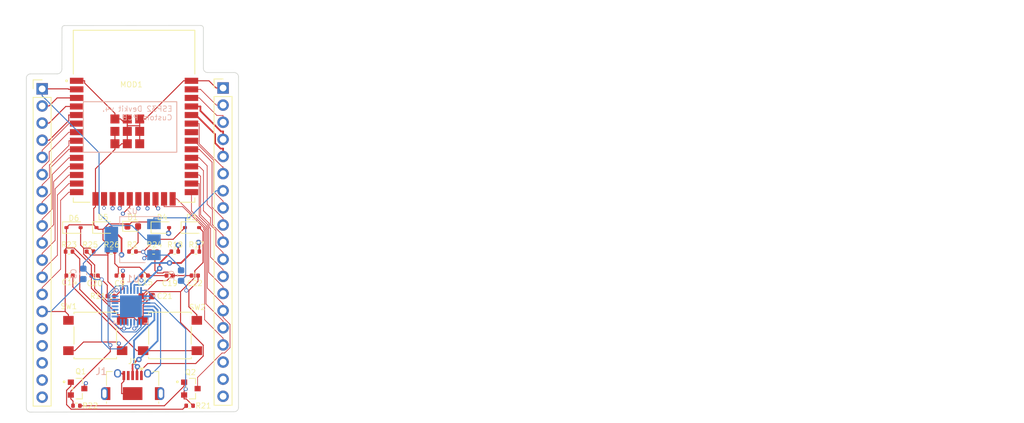
<source format=kicad_pcb>
(kicad_pcb (version 20240108) (generator "pcbnew") (generator_version "8.0")
  (title_block (title "ESP32 Custom Dev Kit") (date "2024-04-23") (rev "Revision 1"))
  (layers (0 "F.Cu" signal) (1 "In1.Cu" signal) (2 "In2.Cu" signal) (31 "B.Cu" signal) (34 "B.Paste" user) (35 "F.Paste" user) (36 "B.SilkS" user "B.Silkscreen") (37 "F.SilkS" user "F.Silkscreen") (38 "B.Mask" user) (39 "F.Mask" user) (44 "Edge.Cuts" user))
  (net 0 "")
  (net 1 "GND")
  (net 2 "/EXT_5V")
  (net 3 "/EN")
  (net 4 "Net-(C14-Pad2)")
  (net 5 "Net-(C15-Pad2)")
  (net 6 "/VDD33")
  (net 7 "Net-(D1-A)")
  (net 8 "/VBUS")
  (net 9 "/USB_DN")
  (net 10 "/USB_DP")
  (net 12 "/SD3")
  (net 13 "/SENSOR_VN")
  (net 14 "/SENSOR_VP")
  (net 15 "/SD2")
  (net 16 "/IO32")
  (net 17 "/IO34")
  (net 18 "/IO12")
  (net 19 "/IO27")
  (net 20 "/IO13")
  (net 21 "/IO33")
  (net 22 "/CMD")
  (net 23 "/IO14")
  (net 24 "/IO26")
  (net 25 "/IO35")
  (net 26 "/IO25")
  (net 27 "/IO2")
  (net 28 "/IO15")
  (net 29 "/IO19")
  (net 30 "/IO21")
  (net 31 "/IO17")
  (net 32 "/SD0")
  (net 33 "/IO0")
  (net 34 "/IO5")
  (net 35 "/IO23")
  (net 36 "/IO4")
  (net 37 "/IO16")
  (net 38 "/SD1")
  (net 39 "/TXD0")
  (net 40 "/CLK")
  (net 41 "/RXD0")
  (net 42 "/IO18")
  (net 43 "/IO22")
  (net 45 "/RXD")
  (net 46 "/TXD")
  (net 47 "Net-(Q1-Pad1)")
  (net 48 "/DTR")
  (net 49 "/RTS")
  (net 50 "Net-(Q2-Pad1)")
  (net 51 "Net-(U1-~{SUSPENDB})")
  (net 52 "Net-(U1-~{RST})")
  (net 53 "Net-(U1-VBUS)")
  (footprint "Diode_SMD:D_SOD-323" (layer "F.Cu") (at 133.8243 98.552)
    (property "Reference" "D4")
    (property "Value" "TVS")
  )
  (footprint "Connector_USB:USB_Micro-AB_Molex_47590-0001" (layer "F.Cu") (at 129.4765 123.168)
    (property "Reference" "J1")
    (property "Value" "USB_B_Micro")
  )
  (footprint "MMSS8050-H-TP:TRANS_MMSS8050-H-TP" (layer "F.Cu") (at 121.3248 122.428)
    (property "Reference" "Q1")
    (property "Value" "MMSS8050-H-TP")
  )
  (footprint "MMSS8050-H-TP:TRANS_MMSS8050-H-TP" (layer "F.Cu") (at 138.1033 122.428)
    (property "Reference" "Q2")
    (property "Value" "MMSS8050-H-TP")
  )
  (footprint "Resistor_SMD:R_0402_1005Metric" (layer "F.Cu") (at 126.238 108.712 180)
    (property "Reference" "R11")
    (property "Value" "10K(5%)")
  )
  (footprint "Capacitor_SMD:C_0402_1005Metric" (layer "F.Cu") (at 138.684 105.664)
    (property "Reference" "C22")
    (property "Value" "0.1uF/50V(10%)")
  )
  (footprint "Diode_SMD:D_SOD-323" (layer "F.Cu") (at 138.2722 98.552)
    (property "Reference" "D3")
    (property "Value" "D_Schottky")
  )
  (footprint "Capacitor_SMD:C_0402_1005Metric" (layer "F.Cu") (at 127.5588 105.664 180)
    (property "Reference" "C9")
    (property "Value" "0.1uF.50V(10%)")
  )
  (footprint "Resistor_SMD:R_0402_1005Metric" (layer "F.Cu") (at 138.8523 102.108 180)
    (property "Reference" "R17")
    (property "Value" "0R(5%)")
  )
  (footprint "Resistor_SMD:R_0402_1005Metric" (layer "F.Cu") (at 121.158 124.968)
    (property "Reference" "R22")
    (property "Value" "10K(5%)")
  )
  (footprint "Resistor_SMD:R_0402_1005Metric" (layer "F.Cu") (at 126.3238 102.108 180)
    (property "Reference" "R26")
    (property "Value" "47.5K(5%)")
  )
  (footprint "Button_Switch_SMD:SW_SPST_B3S-1000" (layer "F.Cu") (at 135.0093 114.554)
    (property "Reference" "SW2")
    (property "Value" "SW_Push")
  )
  (footprint "Capacitor_SMD:C_0402_1005Metric" (layer "F.Cu") (at 134.9756 105.664 180)
    (property "Reference" "C19")
    (property "Value" "0.1uF/50V(10%)")
  )
  (footprint "Connector_PinHeader_2.54mm:PinHeader_1x19_P2.54mm_Vertical" (layer "F.Cu") (at 142.875 77.851)
    (property "Reference" "J3" (hide yes))
    (property "Value" "Conn_01x19_Pin")
  )
  (footprint "ESP32-WROOM-32:MODULE_ESP32-WROOM-32" (layer "F.Cu") (at 129.689 82.042)
    (property "Reference" "MOD1")
    (property "Value" "ESP32-WROOM-32")
  )
  (footprint "Resistor_SMD:R_0402_1005Metric" (layer "F.Cu") (at 120.0595 102.108)
    (property "Reference" "R23")
    (property "Value" "10K(5%)(NC)")
  )
  (footprint "Capacitor_SMD:C_0402_1005Metric" (layer "F.Cu") (at 123.8504 105.664 180)
    (property "Reference" "C20")
    (property "Value" "4.7uF/6.3V(10%)")
  )
  (footprint "LED_SMD:LED_0603_1608Metric" (layer "F.Cu") (at 129.4965 98.372)
    (property "Reference" "D1")
    (property "Value" "LED")
  )
  (footprint "Resistor_SMD:R_0402_1005Metric" (layer "F.Cu") (at 132.588 102.108 180)
    (property "Reference" "R24")
    (property "Value" "2K(5%)")
  )
  (footprint "Resistor_SMD:R_0402_1005Metric" (layer "F.Cu") (at 135.7201 102.108 180)
    (property "Reference" "R18")
    (property "Value" "0R(5%)")
  )
  (footprint "Resistor_SMD:R_0402_1005Metric" (layer "F.Cu") (at 137.922 124.968 180)
    (property "Reference" "R21")
    (property "Value" "10K(5%)")
  )
  (footprint "Capacitor_SMD:C_0402_1005Metric" (layer "F.Cu") (at 131.2672 105.664 180)
    (property "Reference" "C15")
    (property "Value" "0.1uF/50V(10%)(NC)")
  )
  (footprint "Resistor_SMD:R_0402_1005Metric" (layer "F.Cu") (at 123.1916 102.108)
    (property "Reference" "R25")
    (property "Value" "22.1K(5%)")
  )
  (footprint "Capacitor_SMD:C_0603_1608Metric" (layer "F.Cu") (at 131.572 108.712)
    (property "Reference" "C21")
    (property "Value" "22uF/10V(20%)")
  )
  (footprint "Diode_SMD:D_SOD-323" (layer "F.Cu") (at 125.1737 98.552)
    (property "Reference" "D5")
    (property "Value" "TVS")
  )
  (footprint "Capacitor_SMD:C_0402_1005Metric" (layer "F.Cu") (at 120.142 105.664)
    (property "Reference" "C14")
    (property "Value" "0.1uF/50V(10%)")
  )
  (footprint "Button_Switch_SMD:SW_SPST_B3S-1000" (layer "F.Cu") (at 123.9437 114.554)
    (property "Reference" "SW1")
    (property "Value" "SW_Push")
  )
  (footprint "Connector_PinHeader_2.54mm:PinHeader_1x19_P2.54mm_Vertical" (layer "F.Cu") (at 116.078 77.978)
    (property "Reference" "J2" (hide yes))
    (property "Value" "Conn_01x19_Pin")
  )
  (footprint "Resistor_SMD:R_0402_1005Metric" (layer "F.Cu") (at 129.4559 102.108 180)
    (property "Reference" "R2")
    (property "Value" "2K(5%)")
  )
  (footprint "Diode_SMD:D_SOD-323" (layer "F.Cu") (at 120.7258 98.552)
    (property "Reference" "D6")
    (property "Value" "TVS")
  )
  (footprint "Package_TO_SOT_SMD:SOT-223-3_TabPin2" (layer "B.Cu") (at 129.4765 100.33 180)
    (property "Reference" "U2")
    (property "Value" "AMS1117-3.3")
  )
  (footprint "Capacitor_SMD:C_0603_1608Metric" (layer "B.Cu") (at 136.652 105.664 -90)
    (property "Reference" "C1")
    (property "Value" "22 uF/10V(20%)")
  )
  (footprint "CP2102N-A01-GQFN28:QFN50P500X500X80-29N" (layer "B.Cu") (at 129.224 110.236 180)
    (property "Reference" "U1")
    (property "Value" "CP2102N-A01-GQFN28")
  )
  (footprint "Capacitor_SMD:C_0603_1608Metric" (layer "B.Cu") (at 122.174 105.41 -90)
    (property "Reference" "C3")
    (property "Value" "22uF/10V(20%)")
  )
  (gr_line (start 144.526 75.565) (end 140.589 75.565) (stroke (width 0.1)) (layer "Edge.Cuts"))
  (gr_arc (start 144.526 75.565) (mid 144.975013 75.750987) (end 145.161 76.2) (stroke (width 0.1)) (layer "Edge.Cuts"))
  (gr_line (start 139.954 74.93) (end 139.954 68.961) (stroke (width 0.1)) (layer "Edge.Cuts"))
  (gr_arc (start 139.573 68.58) (mid 139.842408 68.691592) (end 139.954 68.961) (stroke (width 0.1)) (layer "Edge.Cuts"))
  (gr_arc (start 118.999 75.057) (mid 118.795736 75.547723) (end 118.305013 75.750987) (stroke (width 0.1)) (layer "Edge.Cuts"))
  (gr_line (start 144.526 125.857) (end 114.427 125.915986) (stroke (width 0.1)) (layer "Edge.Cuts"))
  (gr_arc (start 113.733013 76.395013) (mid 113.919 75.946) (end 114.368013 75.760013) (stroke (width 0.1)) (layer "Edge.Cuts"))
  (gr_arc (start 145.161 125.222) (mid 144.975013 125.671013) (end 144.526 125.857) (stroke (width 0.1)) (layer "Edge.Cuts"))
  (gr_arc (start 140.589 75.565) (mid 140.139987 75.379013) (end 139.954 74.93) (stroke (width 0.1)) (layer "Edge.Cuts"))
  (gr_line (start 119.395408 68.595408) (end 139.573 68.58) (stroke (width 0.1)) (layer "Edge.Cuts"))
  (gr_line (start 114.368013 75.760013) (end 118.305013 75.750987) (stroke (width 0.1)) (layer "Edge.Cuts"))
  (gr_line (start 118.999 75.057) (end 119.014408 68.976408) (stroke (width 0.1)) (layer "Edge.Cuts"))
  (gr_line (start 113.73028 125.280987) (end 113.733013 76.395013) (stroke (width 0.1)) (layer "Edge.Cuts"))
  (gr_line (start 145.161 76.2) (end 145.161 125.222) (stroke (width 0.1)) (layer "Edge.Cuts"))
  (gr_arc (start 114.427 125.915986) (mid 113.938429 125.752326) (end 113.73028 125.280987) (stroke (width 0.1)) (layer "Edge.Cuts"))
  (gr_arc (start 119.014408 68.976408) (mid 119.126 68.707) (end 119.395408 68.595408) (stroke (width 0.1)) (layer "Edge.Cuts"))
  (gr_text_box "ESP32 Devkit v4.\nCustom PCB" (start 122.174 79.883) (end 136.017 87.376) (layer "B.SilkS") (effects (font (size 0.8 0.8) (thickness 0.1)) (justify left top mirror)) (border yes) (stroke (width 0.15)))
  (segment (start 128.689 84.282) (end 128.689 83.4403) (width 0.15) (layer "F.Cu") (net 1))
  (segment (start 126.854 86.9587) (end 123.974 89.8387) (width 0.15) (layer "F.Cu") (net 1))
  (segment (start 129.3619 97.7191) (end 131.9414 97.7191) (width 0.15) (layer "F.Cu") (net 1))
  (segment (start 131.0343 110.0247) (end 132.347 108.712) (width 0.15) (layer "F.Cu") (net 1))
  (segment (start 131.3657 82.447) (end 137.0123 76.8004) (width 0.15) (layer "F.Cu") (net 1))
  (segment (start 128.689 82.8678) (end 128.1165 82.8678) (width 0.15) (layer "F.Cu") (net 1))
  (segment (start 127.3664 104.4247) (end 127.3664 105.3764) (width 0.15) (layer "F.Cu") (net 1))
  (segment (start 120.7966 101.5695) (end 123.3704 104.1433) (width 0.15) (layer "F.Cu") (net 1))
  (segment (start 140.7793 76.782) (end 138.189 76.782) (width 0.15) (layer "F.Cu") (net 1))
  (segment (start 122.3657 76.782) (end 122.3657 77.117) (width 0.15) (layer "F.Cu") (net 1))
  (segment (start 130.524 82.447) (end 131.3657 82.447) (width 0.15) (layer "F.Cu") (net 1))
  (segment (start 124.1237 98.552) (end 124.3778 98.8061) (width 0.15) (layer "F.Cu") (net 1))
  (segment (start 126.854 82.447) (end 127.6957 82.447) (width 0.15) (layer "F.Cu") (net 1))
  (segment (start 137.0123 76.8004) (end 137.0123 76.782) (width 0.15) (layer "F.Cu") (net 1))
  (segment (start 119.662 105.664) (end 119.5495 105.5515) (width 0.15) (layer "F.Cu") (net 1))
  (segment (start 123.3704 107.549) (end 123.3704 105.664) (width 0.15) (layer "F.Cu") (net 1))
  (segment (start 128.689 86.117) (end 127.8473 86.117) (width 0.15) (layer "F.Cu") (net 1))
  (segment (start 137.8063 107.8678) (end 137.4449 107.8678) (width 0.15) (layer "F.Cu") (net 1))
  (segment (start 121.189 76.782) (end 122.3657 76.782) (width 0.15) (layer "F.Cu") (net 1))
  (segment (start 119.6758 98.552) (end 119.6758 101.5695) (width 0.15) (layer "F.Cu") (net 1))
  (segment (start 123.974 89.8387) (end 123.974 94.292) (width 0.15) (layer "F.Cu") (net 1))
  (segment (start 123.7163 98.1446) (end 120.0832 98.1446) (width 0.15) (layer "F.Cu") (net 1))
  (segment (start 122.3657 77.117) (end 126.854 81.6053) (width 0.15) (layer "F.Cu") (net 1))
  (segment (start 125.093 98.8061) (end 125.8936 98.0055) (width 0.15) (layer "F.Cu") (net 1))
  (segment (start 119.4894 110.998) (end 119.9687 111.4773) (width 0.15) (layer "F.Cu") (net 1))
  (segment (start 125.739 123.168) (end 125.3015 123.168) (width 0.15) (layer "F.Cu") (net 1))
  (segment (start 138.9843 111.4773) (end 137.8063 110.2993) (width 0.15) (layer "F.Cu") (net 1))
  (segment (start 128.689 82.8678) (end 128.689 83.2887) (width 0.15) (layer "F.Cu") (net 1))
  (segment (start 128.689 86.117) (end 128.689 84.282) (width 0.15) (layer "F.Cu") (net 1))
  (segment (start 139.164 106.5101) (end 137.8063 107.8678) (width 0.15) (layer "F.Cu") (net 1))
  (segment (start 127.2987 111.4773) (end 123.3704 107.549) (width 0.15) (layer "F.Cu") (net 1))
  (segment (start 127.9187 111.4773) (end 127.2987 111.4773) (width 0.15) (layer "F.Cu") (net 1))
  (segment (start 126.854 86.5378) (end 127.4265 86.5378) (width 0.15) (layer "F.Cu") (net 1))
  (segment (start 129.6692 111.8906) (end 130.0826 112.304) (width 0.15) (layer "F.Cu") (net 1))
  (segment (start 119.5495 101.6958) (end 119.6758 101.5695) (width 0.15) (layer "F.Cu") (net 1))
  (segment (start 130.524 86.117) (end 130.524 84.282) (width 0.15) (layer "F.Cu") (net 1))
  (segment (start 127.4265 86.5378) (end 127.8473 86.117) (width 0.15) (layer "F.Cu") (net 1))
  (segment (start 127.9187 111.8906) (end 127.9187 111.4773) (width 0.15) (layer "F.Cu") (net 1))
  (segment (start 130.5079 104.4247) (end 131.7472 105.664) (width 0.15) (layer "F.Cu") (net 1))
  (segment (start 119.4894 110.998) (end 119.4894 105.8366) (width 0.15) (layer "F.Cu") (net 1))
  (segment (start 128.689 82.447) (end 128.689 82.8678) (width 0.15) (layer "F.Cu") (net 1))
  (segment (start 127.9187 111.8906) (end 129.6692 111.8906) (width 0.15) (layer "F.Cu") (net 1))
  (segment (start 123.974 95.4687) (end 123.7163 95.7264) (width 0.15) (layer "F.Cu") (net 1))
  (segment (start 138.9843 112.304) (end 138.9843 111.4773) (width 0.15) (layer "F.Cu") (net 1))
  (segment (start 142.875 77.851) (end 141.8483 77.851) (width 0.15) (layer "F.Cu") (net 1))
  (segment (start 127.9532 120.168) (end 127.9532 120.2697) (width 0.15) (layer "F.Cu") (net 1))
  (segment (start 123.974 94.292) (end 123.974 95.4687) (width 0.15) (layer "F.Cu") (net 1))
  (segment (start 131.0343 112.304) (end 130.0826 112.304) (width 0.15) (layer "F.Cu") (net 1))
  (segment (start 128.3425 98.0055) (end 128.709 98.372) (width 0.15) (layer "F.Cu") (net 1))
  (segment (start 128.709 98.372) (end 129.3619 97.7191) (width 0.15) (layer "F.Cu") (net 1))
  (segment (start 139.164 105.664) (end 139.164 106.5101) (width 0.15) (layer "F.Cu") (net 1))
  (segment (start 126.854 86.5378) (end 126.854 86.9587) (width 0.15) (layer "F.Cu") (net 1))
  (segment (start 141.8483 77.851) (end 140.7793 76.782) (width 0.15) (layer "F.Cu") (net 1))
  (segment (start 126.854 86.117) (end 126.854 86.5378) (width 0.15) (layer "F.Cu") (net 1))
  (segment (start 130.524 83.4403) (end 130.524 82.447) (width 0.15) (layer "F.Cu") (net 1))
  (segment (start 116.078 110.998) (end 119.4894 110.998) (width 0.15) (layer "F.Cu") (net 1))
  (segment (start 120.0832 98.1446) (end 119.6758 98.552) (width 0.15) (layer "F.Cu") (net 1))
  (segment (start 123.7163 98.1446) (end 124.1237 98.552) (width 0.15) (layer "F.Cu") (net 1))
  (segment (start 126.8338 102.108) (end 126.8338 103.8921) (width 0.15) (layer "F.Cu") (net 1))
  (segment (start 119.6758 101.5695) (end 120.7966 101.5695) (width 0.15) (layer "F.Cu") (net 1))
  (segment (start 119.9687 112.304) (end 119.9687 111.4773) (width 0.15) (layer "F.Cu") (net 1))
  (segment (start 124.3778 98.8061) (end 125.093 98.8061) (width 0.15) (layer "F.Cu") (net 1))
  (segment (start 127.8498 123.168) (end 127.8498 121.6714) (width 0.15) (layer "F.Cu") (net 1))
  (segment (start 127.3664 105.3764) (end 127.0788 105.664) (width 0.15) (layer "F.Cu") (net 1))
  (segment (start 131.9414 97.7191) (end 132.7743 98.552) (width 0.15) (layer "F.Cu") (net 1))
  (segment (start 127.2515 120.168) (end 127.9532 120.168) (width 0.15) (layer "F.Cu") (net 1))
  (segment (start 125.093 100.3672) (end 125.093 98.8061) (width 0.15) (layer "F.Cu") (net 1))
  (segment (start 123.3704 104.1433) (end 123.3704 105.664) (width 0.15) (layer "F.Cu") (net 1))
  (segment (start 128.1765 120.493) (end 128.1765 121.3447) (width 0.15) (layer "F.Cu") (net 1))
  (segment (start 127.9187 112.304) (end 127.9187 111.8906) (width 0.15) (layer "F.Cu") (net 1))
  (segment (start 123.7163 95.7264) (end 123.7163 98.1446) (width 0.15) (layer "F.Cu") (net 1))
  (segment (start 137.8063 110.2993) (end 137.8063 107.8678) (width 0.15) (layer "F.Cu") (net 1))
  (segment (start 119.5495 105.5515) (end 119.5495 102.108) (width 0.15) (layer "F.Cu") (net 1))
  (segment (start 119.4894 105.8366) (end 119.662 105.664) (width 0.15) (layer "F.Cu") (net 1))
  (segment (start 127.8498 121.6714) (end 128.1765 121.3447) (width 0.15) (layer "F.Cu") (net 1))
  (segment (start 127.3664 104.4247) (end 130.5079 104.4247) (width 0.15) (layer "F.Cu") (net 1))
  (segment (start 130.524 84.282) (end 130.524 83.4403) (width 0.15) (layer "F.Cu") (net 1))
  (segment (start 126.854 82.447) (end 126.854 81.6053) (width 0.15) (layer "F.Cu") (net 1))
  (segment (start 138.189 76.782) (end 137.0123 76.782) (width 0.15) (layer "F.Cu") (net 1))
  (segment (start 127.9532 120.2697) (end 128.1765 120.493) (width 0.15) (layer "F.Cu") (net 1))
  (segment (start 125.8936 98.0055) (end 128.3425 98.0055) (width 0.15) (layer "F.Cu") (net 1))
  (segment (start 131.7472 105.664) (end 134.4956 105.664) (width 0.15) (layer "F.Cu") (net 1))
  (segment (start 129.4765 123.168) (end 127.8498 123.168) (width 0.15) (layer "F.Cu") (net 1))
  (segment (start 131.0343 112.304) (end 131.0343 110.0247) (width 0.15) (layer "F.Cu") (net 1))
  (segment (start 133.6515 123.168) (end 133.214 123.168) (width 0.15) (layer "F.Cu") (net 1))
  (segment (start 126.8338 103.8921) (end 127.3664 104.4247) (width 0.15) (layer "F.Cu") (net 1))
  (segment (start 128.1165 82.8678) (end 127.6957 82.447) (width 0.15) (layer "F.Cu") (net 1))
  (segment (start 119.5495 102.108) (end 119.5495 101.6958) (width 0.15) (layer "F.Cu") (net 1))
  (segment (start 126.854 84.282) (end 126.854 86.117) (width 0.15) (layer "F.Cu") (net 1))
  (segment (start 126.8338 102.108) (end 125.093 100.3672) (width 0.15) (layer "F.Cu") (net 1))
  (segment (start 130.524 83.4403) (end 128.689 83.4403) (width 0.15) (layer "F.Cu") (net 1))
  (segment (start 128.689 83.4403) (end 128.689 83.2887) (width 0.15) (layer "F.Cu") (net 1))
  (via (at 137.4449 107.8678) (size 0.6) (drill 0.4) (layers "F.Cu" "B.Cu") (net 1))
  (segment (start 142.875 93.091) (end 141.8483 93.091) (width 0.15) (layer "B.Cu") (net 1))
  (segment (start 132.6265 98.03) (end 132.6265 97.1033) (width 0.15) (layer "B.Cu") (net 1))
  (segment (start 137.3321 97.1033) (end 137.3321 105.7589) (width 0.15) (layer "B.Cu") (net 1))
  (segment (start 133.6161 118.9551) (end 133.6161 110.6009) (width 0.15) (layer "B.Cu") (net 1))
  (segment (start 129.724 109.736) (end 131.584 109.736) (width 0.15) (layer "B.Cu") (net 1))
  (segment (start 137.836 97.1033) (end 141.8483 93.091) (width 0.15) (layer "B.Cu") (net 1))
  (segment (start 137.3321 105.7589) (end 136.652 106.439) (width 0.15) (layer "B.Cu") (net 1))
  (segment (start 137.3321 97.1033) (end 137.836 97.1033) (width 0.15) (layer "B.Cu") (net 1))
  (segment (start 129.224 110.236) (end 129.724 109.736) (width 0.15) (layer "B.Cu") (net 1))
  (segment (start 132.6265 97.1033) (end 137.3321 97.1033) (width 0.15) (layer "B.Cu") (net 1))
  (segment (start 137.4449 107.2319) (end 137.4449 107.8678) (width 0.15) (layer "B.Cu") (net 1))
  (segment (start 117.361 110.998) (end 122.174 106.185) (width 0.15) (layer "B.Cu") (net 1))
  (segment (start 116.078 110.998) (end 117.361 110.998) (width 0.15) (layer "B.Cu") (net 1))
  (segment (start 132.4032 120.168) (end 133.6161 118.9551) (width 0.15) (layer "B.Cu") (net 1))
  (segment (start 132.7512 109.736) (end 131.584 109.736) (width 0.15) (layer "B.Cu") (net 1))
  (segment (start 133.6161 110.6009) (end 132.7512 109.736) (width 0.15) (layer "B.Cu") (net 1))
  (segment (start 136.652 106.439) (end 137.4449 107.2319) (width 0.15) (layer "B.Cu") (net 1))
  (segment (start 131.7015 120.168) (end 132.4032 120.168) (width 0.15) (layer "B.Cu") (net 1))
  (segment (start 130.0181 102.1602) (end 129.9659 102.108) (width 0.15) (layer "F.Cu") (net 2))
  (segment (start 132.9082 100.2904) (end 135.4838 100.2904) (width 0.15) (layer "F.Cu") (net 2))
  (segment (start 135.4838 100.2904) (end 137.2222 98.552) (width 0.15) (layer "F.Cu") (net 2))
  (segment (start 131.0384 102.1602) (end 130.0181 102.1602) (width 0.15) (layer "F.Cu") (net 2))
  (segment (start 131.0384 102.1602) (end 132.9082 100.2904) (width 0.15) (layer "F.Cu") (net 2))
  (via (at 131.0384 102.1602) (size 0.6) (drill 0.4) (layers "F.Cu" "B.Cu") (net 2))
  (segment (start 136.652 104.5542) (end 134.7278 102.63) (width 0.15) (layer "B.Cu") (net 2))
  (segment (start 132.6265 102.63) (end 131.4498 102.63) (width 0.15) (layer "B.Cu") (net 2))
  (segment (start 131.4498 102.63) (end 131.4498 102.5716) (width 0.15) (layer "B.Cu") (net 2))
  (segment (start 134.7278 102.63) (end 132.6265 102.63) (width 0.15) (layer "B.Cu") (net 2))
  (segment (start 136.652 104.889) (end 136.652 104.5542) (width 0.15) (layer "B.Cu") (net 2))
  (segment (start 131.4498 102.5716) (end 131.0384 102.1602) (width 0.15) (layer "B.Cu") (net 2))
  (segment (start 126.9359 108.712) (end 128.0388 107.6091) (width 0.15) (layer "F.Cu") (net 3))
  (segment (start 122.3248 122.428) (end 122.3248 121.8513) (width 0.15) (layer "F.Cu") (net 3))
  (segment (start 128.0388 105.664) (end 128.0388 104.9479) (width 0.15) (layer "F.Cu") (net 3))
  (segment (start 118.3007 79.322) (end 117.1047 80.518) (width 0.15) (layer "F.Cu") (net 3))
  (segment (start 126.748 108.712) (end 126.9359 108.712) (width 0.15) (layer "F.Cu") (net 3))
  (segment (start 121.189 79.322) (end 118.3007 79.322) (width 0.15) (layer "F.Cu") (net 3))
  (segment (start 116.078 80.518) (end 117.1047 80.518) (width 0.15) (layer "F.Cu") (net 3))
  (segment (start 128.0388 107.6091) (end 128.0388 105.664) (width 0.15) (layer "F.Cu") (net 3))
  (segment (start 122.5502 121.6259) (end 122.3248 121.8513) (width 0.15) (layer "F.Cu") (net 3))
  (via (at 122.5502 121.6259) (size 0.6) (drill 0.35) (layers "F.Cu" "B.Cu") (net 3))
  (via (at 128.0388 104.9479) (size 0.6) (drill 0.35) (layers "F.Cu" "B.Cu") (net 3))
  (segment (start 138.0326 116.804) (end 131.986 116.804) (width 0.15) (layer "F.Cu") (net 4))
  (segment (start 131.5102 116.804) (end 131.0343 116.804) (width 0.15) (layer "F.Cu") (net 4))
  (segment (start 138.9843 116.804) (end 138.0326 116.804) (width 0.15) (layer "F.Cu") (net 4))
  (segment (start 130.0826 116.804) (end 120.622 107.3434) (width 0.15) (layer "F.Cu") (net 4))
  (segment (start 120.622 107.3434) (end 120.622 105.664) (width 0.15) (layer "F.Cu") (net 4))
  (segment (start 131.5102 116.804) (end 131.986 116.804) (width 0.15) (layer "F.Cu") (net 4))
  (segment (start 131.0343 116.804) (end 130.0826 116.804) (width 0.15) (layer "F.Cu") (net 4))
  (segment (start 127.2153 115.5162) (end 122.2082 115.5162) (width 0.15) (layer "F.Cu") (net 5))
  (segment (start 130.7872 105.664) (end 130.7872 106.377) (width 0.15) (layer "F.Cu") (net 5))
  (segment (start 127.4429 115.7438) (end 127.2153 115.5162) (width 0.15) (layer "F.Cu") (net 5))
  (segment (start 127.4429 116.804) (end 127.4429 115.7438) (width 0.15) (layer "F.Cu") (net 5))
  (segment (start 127.9187 116.804) (end 127.4429 116.804) (width 0.15) (layer "F.Cu") (net 5))
  (segment (start 122.2082 115.5162) (end 120.9204 116.804) (width 0.15) (layer "F.Cu") (net 5))
  (segment (start 119.9687 116.804) (end 120.9204 116.804) (width 0.15) (layer "F.Cu") (net 5))
  (via (at 130.7872 106.377) (size 0.6) (drill 0.35) (layers "F.Cu" "B.Cu") (net 5))
  (via (at 127.4429 115.7438) (size 0.6) (drill 0.35) (layers "F.Cu" "B.Cu") (net 5))
  (segment (start 124.8864 106.2549) (end 124.8864 106.22) (width 0.15) (layer "F.Cu") (net 6))
  (segment (start 130.2938 109.2152) (end 130.797 108.712) (width 0.15) (layer "F.Cu") (net 6))
  (segment (start 124.8864 106.2549) (end 125.728 107.0965) (width 0.15) (layer "F.Cu") (net 6))
  (segment (start 121.189 78.052) (end 120.0123 78.052) (width 0.15) (layer "F.Cu") (net 6))
  (segment (start 134.7557 105.1543) (end 134.0976 105.1543) (width 0.15) (layer "F.Cu") (net 6))
  (segment (start 133.9645 105.2874) (end 133.1574 105.2874) (width 0.15) (layer "F.Cu") (net 6))
  (segment (start 138.204 105.664) (end 135.4556 105.664) (width 0.15) (layer "F.Cu") (net 6))
  (segment (start 124.8864 106.22) (end 124.3304 105.664) (width 0.15) (layer "F.Cu") (net 6))
  (segment (start 132.7796 102.4264) (end 133.098 102.108) (width 0.15) (layer "F.Cu") (net 6))
  (segment (start 125.728 108.712) (end 126.2312 109.2152) (width 0.15) (layer "F.Cu") (net 6))
  (segment (start 135.2849 105.6835) (end 134.7557 105.1543) (width 0.15) (layer "F.Cu") (net 6))
  (segment (start 134.553 106.4154) (end 135.2849 105.6835) (width 0.15) (layer "F.Cu") (net 6))
  (segment (start 135.4361 105.6835) (end 135.2849 105.6835) (width 0.15) (layer "F.Cu") (net 6))
  (segment (start 134.0976 105.1543) (end 133.9645 105.2874) (width 0.15) (layer "F.Cu") (net 6))
  (segment (start 135.4556 105.664) (end 135.4361 105.6835) (width 0.15) (layer "F.Cu") (net 6))
  (segment (start 132.7796 104.9096) (end 132.7796 102.4264) (width 0.15) (layer "F.Cu") (net 6))
  (segment (start 130.797 108.712) (end 133.0936 106.4154) (width 0.15) (layer "F.Cu") (net 6))
  (segment (start 125.728 107.0965) (end 125.728 108.712) (width 0.15) (layer "F.Cu") (net 6))
  (segment (start 119.9383 77.978) (end 120.0123 78.052) (width 0.15) (layer "F.Cu") (net 6))
  (segment (start 126.2312 109.2152) (end 130.2938 109.2152) (width 0.15) (layer "F.Cu") (net 6))
  (segment (start 116.078 77.978) (end 119.9383 77.978) (width 0.15) (layer "F.Cu") (net 6))
  (segment (start 133.0936 106.4154) (end 134.553 106.4154) (width 0.15) (layer "F.Cu") (net 6))
  (segment (start 133.1574 105.2874) (end 132.7796 104.9096) (width 0.15) (layer "F.Cu") (net 6))
  (via (at 124.8864 106.2549) (size 0.6) (drill 0.4) (layers "F.Cu" "B.Cu") (net 6))
  (segment (start 116.078 77.978) (end 116.078 79.0047) (width 0.15) (layer "B.Cu") (net 6))
  (segment (start 126.0376 116.533) (end 127.8264 116.533) (width 0.15) (layer "B.Cu") (net 6))
  (segment (start 126.3265 100.33) (end 126.3265 99.708) (width 0.15) (layer "B.Cu") (net 6))
  (segment (start 132.6265 100.33) (end 131.4498 100.33) (width 0.15) (layer "B.Cu") (net 6))
  (segment (start 126.3265 99.2916) (end 126.3265 99.708) (width 0.15) (layer "B.Cu") (net 6))
  (segment (start 122.174 103.8605) (end 122.174 104.635) (width 0.15) (layer "B.Cu") (net 6))
  (segment (start 126.3265 99.708) (end 122.174 103.8605) (width 0.15) (layer "B.Cu") (net 6))
  (segment (start 126.3265 99.2916) (end 126.3265 98.2533) (width 0.15) (layer "B.Cu") (net 6))
  (segment (start 124.8864 106.2549) (end 123.7939 106.2549) (width 0.15) (layer "B.Cu") (net 6))
  (segment (start 123.7939 106.2549) (end 122.174 104.635) (width 0.15) (layer "B.Cu") (net 6))
  (segment (start 124.8864 106.2549) (end 124.8864 115.3818) (width 0.15) (layer "B.Cu") (net 6))
  (segment (start 129.3731 98.2533) (end 131.4498 100.33) (width 0.15) (layer "B.Cu") (net 6))
  (segment (start 131.7545 111.736) (end 132.2657 111.736) (width 0.15) (layer "B.Cu") (net 6))
  (segment (start 131.584 111.736) (end 131.7545 111.736) (width 0.15) (layer "B.Cu") (net 6))
  (segment (start 124.8864 115.3818) (end 126.0376 116.533) (width 0.15) (layer "B.Cu") (net 6))
  (segment (start 131.584 111.236) (end 132.2657 111.236) (width 0.15) (layer "B.Cu") (net 6))
  (segment (start 124.5053 87.432) (end 116.078 79.0047) (width 0.15) (layer "B.Cu") (net 6))
  (segment (start 124.5053 96.4321) (end 124.5053 87.432) (width 0.15) (layer "B.Cu") (net 6))
  (segment (start 131.7545 112.6049) (end 131.7545 111.736) (width 0.15) (layer "B.Cu") (net 6))
  (segment (start 126.3265 98.2533) (end 129.3731 98.2533) (width 0.15) (layer "B.Cu") (net 6))
  (segment (start 126.3265 98.2533) (end 124.5053 96.4321) (width 0.15) (layer "B.Cu") (net 6))
  (segment (start 132.2657 111.736) (end 132.2657 111.236) (width 0.15) (layer "B.Cu") (net 6))
  (segment (start 127.8264 116.533) (end 131.7545 112.6049) (width 0.15) (layer "B.Cu") (net 6))
  (segment (start 130.284 98.372) (end 130.284 100.7699) (width 0.15) (layer "F.Cu") (net 7))
  (segment (start 130.284 100.7699) (end 128.9459 102.108) (width 0.15) (layer "F.Cu") (net 7))
  (segment (start 138.8265 118.7092) (end 139.936 117.5997) (width 0.15) (layer "F.Cu") (net 8))
  (segment (start 139.9132 99.143) (end 139.9132 103.7301) (width 0.15) (layer "F.Cu") (net 8))
  (segment (start 123.1922 101.5986) (end 122.2289 101.5986) (width 0.15) (layer "F.Cu") (net 8))
  (segment (start 121.7758 101.1455) (end 121.7758 98.552) (width 0.15) (layer "F.Cu") (net 8))
  (segment (start 136.5751 112.6201) (end 136.5751 108.0515) (width 0.15) (layer "F.Cu") (net 8))
  (segment (start 131.0918 109.4911) (end 125.7186 109.4911) (width 0.15) (layer "F.Cu") (net 8))
  (segment (start 139.936 117.5997) (end 139.936 115.981) (width 0.15) (layer "F.Cu") (net 8))
  (segment (start 138.684 104.9593) (end 138.684 105.9426) (width 0.15) (layer "F.Cu") (net 8))
  (segment (start 131.435 109.1479) (end 131.0918 109.4911) (width 0.15) (layer "F.Cu") (net 8))
  (segment (start 122.2289 102.4857) (end 122.2289 101.5986) (width 0.15) (layer "F.Cu") (net 8))
  (segment (start 123.7016 102.108) (end 123.1922 101.5986) (width 0.15) (layer "F.Cu") (net 8))
  (segment (start 123.8504 104.1072) (end 122.2289 102.4857) (width 0.15) (layer "F.Cu") (net 8))
  (segment (start 130.7765 119.6413) (end 131.7086 118.7092) (width 0.15) (layer "F.Cu") (net 8))
  (segment (start 131.435 108.5175) (end 131.435 109.1479) (width 0.15) (layer "F.Cu") (net 8))
  (segment (start 125.7186 109.4911) (end 123.8504 107.6229) (width 0.15) (layer "F.Cu") (net 8))
  (segment (start 138.684 105.9426) (end 136.5751 108.0515) (width 0.15) (layer "F.Cu") (net 8))
  (segment (start 131.7086 118.7092) (end 138.8265 118.7092) (width 0.15) (layer "F.Cu") (net 8))
  (segment (start 130.7765 120.493) (end 130.7765 119.6413) (width 0.15) (layer "F.Cu") (net 8))
  (segment (start 139.9132 103.7301) (end 138.684 104.9593) (width 0.15) (layer "F.Cu") (net 8))
  (segment (start 131.901 108.0515) (end 131.435 108.5175) (width 0.15) (layer "F.Cu") (net 8))
  (segment (start 123.8504 107.6229) (end 123.8504 104.1072) (width 0.15) (layer "F.Cu") (net 8))
  (segment (start 136.5751 108.0515) (end 131.901 108.0515) (width 0.15) (layer "F.Cu") (net 8))
  (segment (start 139.3222 98.552) (end 139.9132 99.143) (width 0.15) (layer "F.Cu") (net 8))
  (segment (start 122.2289 101.5986) (end 121.7758 101.1455) (width 0.15) (layer "F.Cu") (net 8))
  (segment (start 139.936 115.981) (end 136.5751 112.6201) (width 0.15) (layer "F.Cu") (net 8))
  (segment (start 134.8743 99.3171) (end 134.8743 98.552) (width 0.25) (layer "F.Cu") (net 9))
  (segment (start 134.8002 99.3912) (end 134.8743 99.3171) (width 0.25) (layer "F.Cu") (net 9))
  (segment (start 130.1946 119.4232) (end 130.1265 119.4913) (width 0.25) (layer "F.Cu") (net 9))
  (segment (start 130.1946 119.1779) (end 130.1946 119.4232) (width 0.25) (layer "F.Cu") (net 9))
  (segment (start 130.1265 120.493) (end 130.1265 119.4913) (width 0.25) (layer "F.Cu") (net 9))
  (via (at 134.8002 99.3912) (size 0.8) (drill 0.4) (layers "F.Cu" "B.Cu") (net 9))
  (via (at 130.1946 119.1779) (size 0.8) (drill 0.4) (layers "F.Cu" "B.Cu") (net 9))
  (segment (start 129.6857 115.2835) (end 129.6857 118.669) (width 0.25) (layer "B.Cu") (net 9))
  (segment (start 132.4157 110.736) (end 132.7057 111.026) (width 0.25) (layer "B.Cu") (net 9))
  (segment (start 129.6857 118.669) (end 130.1946 119.1779) (width 0.25) (layer "B.Cu") (net 9))
  (segment (start 131.584 110.736) (end 132.4157 110.736) (width 0.25) (layer "B.Cu") (net 9))
  (segment (start 132.7057 111.026) (end 132.7057 112.2635) (width 0.25) (layer "B.Cu") (net 9))
  (segment (start 132.7057 112.2635) (end 129.6857 115.2835) (width 0.25) (layer "B.Cu") (net 9))
  (segment (start 130.2286 118.1163) (end 129.4679 118.877) (width 0.25) (layer "F.Cu") (net 10))
  (segment (start 129.4679 119.4827) (end 129.4765 119.4913) (width 0.25) (layer "F.Cu") (net 10))
  (segment (start 127.8353 100.1636) (end 126.2237 98.552) (width 0.25) (layer "F.Cu") (net 10))
  (segment (start 127.8353 102.5876) (end 127.8353 100.1636) (width 0.25) (layer "F.Cu") (net 10))
  (segment (start 129.4679 118.877) (end 129.4679 119.4827) (width 0.25) (layer "F.Cu") (net 10))
  (segment (start 130.4124 118.1163) (end 130.2286 118.1163) (width 0.25) (layer "F.Cu") (net 10))
  (segment (start 129.4765 120.493) (end 129.4765 119.4913) (width 0.25) (layer "F.Cu") (net 10))
  (via (at 130.4124 118.1163) (size 0.8) (drill 0.4) (layers "F.Cu" "B.Cu") (net 10))
  (via (at 127.8353 102.5876) (size 0.8) (drill 0.4) (layers "F.Cu" "B.Cu") (net 10))
  (segment (start 133.1817 115.347) (end 130.4124 118.1163) (width 0.25) (layer "B.Cu") (net 10))
  (segment (start 131.584 110.236) (end 132.6342 110.236) (width 0.25) (layer "B.Cu") (net 10))
  (segment (start 132.6342 110.236) (end 133.1817 110.7835) (width 0.25) (layer "B.Cu") (net 10))
  (segment (start 133.1817 110.7835) (end 133.1817 115.347) (width 0.25) (layer "B.Cu") (net 10))
  (segment (start 127.784 95.4687) (end 127.5488 95.7039) (width 0.15) (layer "F.Cu") (net 12))
  (segment (start 127.784 94.292) (end 127.784 95.4687) (width 0.15) (layer "F.Cu") (net 12))
  (via (at 127.5488 95.7039) (size 0.6) (drill 0.35) (layers "F.Cu" "B.Cu") (net 12))
  (segment (start 120.0123 82.6904) (end 117.1047 85.598) (width 0.15) (layer "F.Cu") (net 13))
  (segment (start 121.189 81.862) (end 120.0123 81.862) (width 0.15) (layer "F.Cu") (net 13))
  (segment (start 116.078 85.598) (end 117.1047 85.598) (width 0.15) (layer "F.Cu") (net 13))
  (segment (start 120.0123 81.862) (end 120.0123 82.6904) (width 0.15) (layer "F.Cu") (net 13))
  (segment (start 116.078 83.058) (end 117.1047 83.058) (width 0.15) (layer "F.Cu") (net 14))
  (segment (start 121.189 80.592) (end 119.5707 80.592) (width 0.15) (layer "F.Cu") (net 14))
  (segment (start 119.5707 80.592) (end 117.1047 83.058) (width 0.15) (layer "F.Cu") (net 14))
  (segment (start 126.514 95.4687) (end 126.514 95.6999) (width 0.15) (layer "F.Cu") (net 15))
  (segment (start 126.514 94.292) (end 126.514 95.4687) (width 0.15) (layer "F.Cu") (net 15))
  (via (at 126.514 95.6999) (size 0.6) (drill 0.35) (layers "F.Cu" "B.Cu") (net 15))
  (segment (start 120.0373 85.672) (end 120.0373 86.3779) (width 0.1) (layer "F.Cu") (net 16))
  (segment (start 120.0373 86.3779) (end 117.1546 89.2606) (width 0.1) (layer "F.Cu") (net 16))
  (segment (start 117.1546 89.2606) (end 117.1546 91.1397) (width 0.1) (layer "F.Cu") (net 16))
  (segment (start 116.078 93.218) (end 116.078 92.2163) (width 0.1) (layer "F.Cu") (net 16))
  (segment (start 117.1546 91.1397) (end 116.078 92.2163) (width 0.1) (layer "F.Cu") (net 16))
  (segment (start 121.189 85.672) (end 120.0373 85.672) (width 0.1) (layer "F.Cu") (net 16))
  (segment (start 121.189 83.132) (end 120.0373 83.132) (width 0.1) (layer "F.Cu") (net 17))
  (segment (start 116.078 87.0913) (end 116.078 88.138) (width 0.1) (layer "F.Cu") (net 17))
  (segment (start 120.0373 83.132) (end 116.078 87.0913) (width 0.1) (layer "F.Cu") (net 17))
  (segment (start 116.078 108.458) (end 116.078 107.4563) (width 0.1) (layer "F.Cu") (net 18))
  (segment (start 120.0373 93.292) (end 118.8161 94.5132) (width 0.1) (layer "F.Cu") (net 18))
  (segment (start 118.8161 94.5132) (end 118.8161 104.7182) (width 0.1) (layer "F.Cu") (net 18))
  (segment (start 121.189 93.292) (end 120.0373 93.292) (width 0.1) (layer "F.Cu") (net 18))
  (segment (start 118.8161 104.7182) (end 116.078 107.4563) (width 0.1) (layer "F.Cu") (net 18))
  (segment (start 121.189 90.752) (end 120.0373 90.752) (width 0.1) (layer "F.Cu") (net 19))
  (segment (start 117.9989 100.4554) (end 116.078 102.3763) (width 0.1) (layer "F.Cu") (net 19))
  (segment (start 116.078 103.378) (end 116.078 102.3763) (width 0.1) (layer "F.Cu") (net 19))
  (segment (start 120.0373 90.752) (end 117.9989 92.7904) (width 0.1) (layer "F.Cu") (net 19))
  (segment (start 117.9989 92.7904) (end 117.9989 100.4554) (width 0.1) (layer "F.Cu") (net 19))
  (segment (start 125.244 95.4437) (end 125.244 95.6448) (width 0.1) (layer "F.Cu") (net 20))
  (segment (start 125.244 94.292) (end 125.244 95.4437) (width 0.1) (layer "F.Cu") (net 20))
  (via (at 125.244 95.6448) (size 0.5) (drill 0.35) (layers "F.Cu" "B.Cu") (net 20))
  (segment (start 116.078 95.758) (end 116.078 94.7563) (width 0.1) (layer "F.Cu") (net 21))
  (segment (start 117.3563 93.478) (end 116.078 94.7563) (width 0.1) (layer "F.Cu") (net 21))
  (segment (start 120.0373 86.942) (end 117.3563 89.623) (width 0.1) (layer "F.Cu") (net 21))
  (segment (start 121.189 86.942) (end 120.0373 86.942) (width 0.1) (layer "F.Cu") (net 21))
  (segment (start 117.3563 89.623) (end 117.3563 93.478) (width 0.1) (layer "F.Cu") (net 21))
  (segment (start 129.054 94.292) (end 129.054 95.4687) (width 0.15) (layer "F.Cu") (net 22))
  (segment (start 129.054 95.4687) (end 128.0353 96.4874) (width 0.15) (layer "F.Cu") (net 22))
  (via (at 128.0353 96.4874) (size 0.6) (drill 0.35) (layers "F.Cu" "B.Cu") (net 22))
  (segment (start 118.3361 93.7232) (end 118.3361 102.6582) (width 0.1) (layer "F.Cu") (net 23))
  (segment (start 121.189 92.022) (end 120.0373 92.022) (width 0.1) (layer "F.Cu") (net 23))
  (segment (start 116.078 105.918) (end 116.078 104.9163) (width 0.1) (layer "F.Cu") (net 23))
  (segment (start 118.3361 102.6582) (end 116.078 104.9163) (width 0.1) (layer "F.Cu") (net 23))
  (segment (start 120.0373 92.022) (end 118.3361 93.7232) (width 0.1) (layer "F.Cu") (net 23))
  (segment (start 121.189 89.482) (end 120.0373 89.482) (width 0.1) (layer "F.Cu") (net 24))
  (segment (start 117.7815 91.7378) (end 120.0373 89.482) (width 0.1) (layer "F.Cu") (net 24))
  (segment (start 117.7815 98.1328) (end 117.7815 91.7378) (width 0.1) (layer "F.Cu") (net 24))
  (segment (start 116.078 99.8363) (end 117.7815 98.1328) (width 0.1) (layer "F.Cu") (net 24))
  (segment (start 116.078 100.838) (end 116.078 99.8363) (width 0.1) (layer "F.Cu") (net 24))
  (segment (start 117.121 87.3183) (end 117.121 88.6333) (width 0.1) (layer "F.Cu") (net 25))
  (segment (start 120.0373 84.402) (end 117.121 87.3183) (width 0.1) (layer "F.Cu") (net 25))
  (segment (start 116.078 90.678) (end 116.078 89.6763) (width 0.1) (layer "F.Cu") (net 25))
  (segment (start 121.189 84.402) (end 120.0373 84.402) (width 0.1) (layer "F.Cu") (net 25))
  (segment (start 117.121 88.6333) (end 116.078 89.6763) (width 0.1) (layer "F.Cu") (net 25))
  (segment (start 117.5677 95.8066) (end 116.078 97.2963) (width 0.1) (layer "F.Cu") (net 26))
  (segment (start 117.5677 90.6816) (end 117.5677 95.8066) (width 0.1) (layer "F.Cu") (net 26))
  (segment (start 116.078 98.298) (end 116.078 97.2963) (width 0.1) (layer "F.Cu") (net 26))
  (segment (start 121.189 88.212) (end 120.0373 88.212) (width 0.1) (layer "F.Cu") (net 26))
  (segment (start 120.0373 88.212) (end 117.5677 90.6816) (width 0.1) (layer "F.Cu") (net 26))
  (segment (start 140.3416 109.8759) (end 142.875 112.4093) (width 0.1) (layer "F.Cu") (net 27))
  (segment (start 140.3416 98.8804) (end 140.3416 109.8759) (width 0.1) (layer "F.Cu") (net 27))
  (segment (start 136.0237 94.292) (end 140.204 98.4723) (width 0.1) (layer "F.Cu") (net 27))
  (segment (start 135.404 94.292) (end 136.0237 94.292) (width 0.1) (layer "F.Cu") (net 27))
  (segment (start 140.204 98.4723) (end 140.204 98.7428) (width 0.1) (layer "F.Cu") (net 27))
  (segment (start 140.204 98.7428) (end 140.3416 98.8804) (width 0.1) (layer "F.Cu") (net 27))
  (segment (start 142.875 113.411) (end 142.875 112.4093) (width 0.1) (layer "F.Cu") (net 27))
  (segment (start 140.1399 112.2142) (end 142.875 114.9493) (width 0.1) (layer "F.Cu") (net 28))
  (segment (start 142.875 115.951) (end 142.875 114.9493) (width 0.1) (layer "F.Cu") (net 28))
  (segment (start 140.0023 98.5578) (end 140.0023 98.8263) (width 0.1) (layer "F.Cu") (net 28))
  (segment (start 136.8882 95.4437) (end 140.0023 98.5578) (width 0.1) (layer "F.Cu") (net 28))
  (segment (start 134.134 94.292) (end 134.134 95.4437) (width 0.1) (layer "F.Cu") (net 28))
  (segment (start 140.1399 98.9639) (end 140.1399 112.2142) (width 0.1) (layer "F.Cu") (net 28))
  (segment (start 140.0023 98.8263) (end 140.1399 98.9639) (width 0.1) (layer "F.Cu") (net 28))
  (segment (start 134.134 95.4437) (end 136.8882 95.4437) (width 0.1) (layer "F.Cu") (net 28))
  (segment (start 142.875 95.631) (end 142.875 94.6293) (width 0.1) (layer "F.Cu") (net 29))
  (segment (start 141.488 88.5765) (end 138.5835 85.672) (width 0.1) (layer "F.Cu") (net 29))
  (segment (start 141.488 93.2423) (end 141.488 88.5765) (width 0.1) (layer "F.Cu") (net 29))
  (segment (start 142.875 94.6293) (end 141.488 93.2423) (width 0.1) (layer "F.Cu") (net 29))
  (segment (start 138.5835 85.672) (end 138.189 85.672) (width 0.1) (layer "F.Cu") (net 29))
  (segment (start 142.875 89.5493) (end 142.7712 89.5493) (width 0.1) (layer "F.Cu") (net 30))
  (segment (start 142.875 90.551) (end 142.875 89.5493) (width 0.1) (layer "F.Cu") (net 30))
  (segment (start 139.3407 86.1188) (end 139.3407 83.132) (width 0.1) (layer "F.Cu") (net 30))
  (segment (start 138.189 83.132) (end 139.3407 83.132) (width 0.1) (layer "F.Cu") (net 30))
  (segment (start 142.7712 89.5493) (end 139.3407 86.1188) (width 0.1) (layer "F.Cu") (net 30))
  (segment (start 139.3407 89.482) (end 139.9629 90.1042) (width 0.1) (layer "F.Cu") (net 31))
  (segment (start 138.189 89.482) (end 139.3407 89.482) (width 0.1) (layer "F.Cu") (net 31))
  (segment (start 139.9629 90.1042) (end 139.9629 96.0489) (width 0.1) (layer "F.Cu") (net 31))
  (segment (start 141.0108 97.0968) (end 141.0108 98.1693) (width 0.1) (layer "F.Cu") (net 31))
  (segment (start 141.0108 98.1693) (end 141.808 98.9665) (width 0.1) (layer "F.Cu") (net 31))
  (segment (start 139.9629 96.0489) (end 141.0108 97.0968) (width 0.1) (layer "F.Cu") (net 31))
  (segment (start 142.875 103.251) (end 142.875 102.2493) (width 0.1) (layer "F.Cu") (net 31))
  (segment (start 141.808 98.9665) (end 141.808 101.1823) (width 0.1) (layer "F.Cu") (net 31))
  (segment (start 141.808 101.1823) (end 142.875 102.2493) (width 0.1) (layer "F.Cu") (net 31))
  (segment (start 131.6741 95.5488) (end 131.6741 95.7144) (width 0.15) (layer "F.Cu") (net 32))
  (segment (start 131.594 94.292) (end 131.594 95.4687) (width 0.15) (layer "F.Cu") (net 32))
  (segment (start 131.594 95.4687) (end 131.6741 95.5488) (width 0.15) (layer "F.Cu") (net 32))
  (via (at 131.6741 95.7144) (size 0.6) (drill 0.35) (layers "F.Cu" "B.Cu") (net 32))
  (segment (start 143.9046 116.3468) (end 143.1013 117.1501) (width 0.1) (layer "F.Cu") (net 33))
  (segment (start 142.7151 117.1501) (end 139.1033 120.7619) (width 0.1) (layer "F.Cu") (net 33))
  (segment (start 143.1013 117.1501) (end 142.7151 117.1501) (width 0.1) (layer "F.Cu") (net 33))
  (segment (start 140.5433 107.5376) (end 142.875 109.8693) (width 0.1) (layer "F.Cu") (net 33))
  (segment (start 143.9046 112.9023) (end 143.9046 116.3468) (width 0.1) (layer "F.Cu") (net 33))
  (segment (start 138.189 96.0925) (end 140.4057 98.3092) (width 0.1) (layer "F.Cu") (net 33))
  (segment (start 140.4057 98.6593) (end 140.5433 98.7969) (width 0.1) (layer "F.Cu") (net 33))
  (segment (start 142.875 111.8727) (end 143.9046 112.9023) (width 0.1) (layer "F.Cu") (net 33))
  (segment (start 142.875 110.871) (end 142.875 111.8727) (width 0.1) (layer "F.Cu") (net 33))
  (segment (start 142.875 110.871) (end 142.875 109.8693) (width 0.1) (layer "F.Cu") (net 33))
  (segment (start 138.189 93.292) (end 138.189 96.0925) (width 0.1) (layer "F.Cu") (net 33))
  (segment (start 140.5433 98.7969) (end 140.5433 107.5376) (width 0.1) (layer "F.Cu") (net 33))
  (segment (start 139.1033 120.7619) (end 139.1033 122.428) (width 0.1) (layer "F.Cu") (net 33))
  (segment (start 140.4057 98.3092) (end 140.4057 98.6593) (width 0.1) (layer "F.Cu") (net 33))
  (segment (start 142.875 100.711) (end 142.875 99.7093) (width 0.1) (layer "F.Cu") (net 34))
  (segment (start 138.189 88.212) (end 139.3407 88.212) (width 0.1) (layer "F.Cu") (net 34))
  (segment (start 141.2861 98.1204) (end 141.2861 95.8614) (width 0.1) (layer "F.Cu") (net 34))
  (segment (start 140.5208 89.3921) (end 139.3407 88.212) (width 0.1) (layer "F.Cu") (net 34))
  (segment (start 141.2861 95.8614) (end 140.5208 95.0961) (width 0.1) (layer "F.Cu") (net 34))
  (segment (start 142.875 99.7093) (end 141.2861 98.1204) (width 0.1) (layer "F.Cu") (net 34))
  (segment (start 140.5208 95.0961) (end 140.5208 89.3921) (width 0.1) (layer "F.Cu") (net 34))
  (segment (start 139.5343 78.052) (end 141.8733 80.391) (width 0.1) (layer "F.Cu") (net 35))
  (segment (start 142.875 80.391) (end 141.8733 80.391) (width 0.1) (layer "F.Cu") (net 35))
  (segment (start 138.189 78.052) (end 139.5343 78.052) (width 0.1) (layer "F.Cu") (net 35))
  (segment (start 138.189 92.022) (end 139.3407 92.022) (width 0.1) (layer "F.Cu") (net 36))
  (segment (start 140.6074 98.1114) (end 140.6074 98.5758) (width 0.1) (layer "F.Cu") (net 36))
  (segment (start 140.6074 98.5758) (end 140.7465 98.7149) (width 0.1) (layer "F.Cu") (net 36))
  (segment (start 139.3408 92.022) (end 139.3408 96.8448) (width 0.1) (layer "F.Cu") (net 36))
  (segment (start 139.3408 96.8448) (end 140.6074 98.1114) (width 0.1) (layer "F.Cu") (net 36))
  (segment (start 139.3407 92.022) (end 139.3408 92.022) (width 0.1) (layer "F.Cu") (net 36))
  (segment (start 142.875 108.331) (end 142.875 107.3293) (width 0.1) (layer "F.Cu") (net 36))
  (segment (start 140.7465 98.7149) (end 140.7465 105.2008) (width 0.1) (layer "F.Cu") (net 36))
  (segment (start 140.7465 105.2008) (end 142.875 107.3293) (width 0.1) (layer "F.Cu") (net 36))
  (segment (start 142.875 105.791) (end 142.875 104.7893) (width 0.1) (layer "F.Cu") (net 37))
  (segment (start 141.0137 102.928) (end 142.875 104.7893) (width 0.1) (layer "F.Cu") (net 37))
  (segment (start 139.5466 96.659) (end 140.8091 97.9215) (width 0.1) (layer "F.Cu") (net 37))
  (segment (start 140.8091 97.9215) (end 140.8091 98.4923) (width 0.1) (layer "F.Cu") (net 37))
  (segment (start 141.0137 98.6969) (end 141.0137 102.928) (width 0.1) (layer "F.Cu") (net 37))
  (segment (start 139.3407 90.752) (end 139.5466 90.9579) (width 0.1) (layer "F.Cu") (net 37))
  (segment (start 140.8091 98.4923) (end 141.0137 98.6969) (width 0.1) (layer "F.Cu") (net 37))
  (segment (start 138.189 90.752) (end 139.3407 90.752) (width 0.1) (layer "F.Cu") (net 37))
  (segment (start 139.5466 90.9579) (end 139.5466 96.659) (width 0.1) (layer "F.Cu") (net 37))
  (segment (start 132.864 95.4687) (end 133.0115 95.4687) (width 0.15) (layer "F.Cu") (net 38))
  (segment (start 132.864 94.292) (end 132.864 95.4687) (width 0.15) (layer "F.Cu") (net 38))
  (segment (start 133.0115 95.4687) (end 133.255 95.7122) (width 0.15) (layer "F.Cu") (net 38))
  (via (at 133.255 95.7122) (size 0.6) (drill 0.35) (layers "F.Cu" "B.Cu") (net 38))
  (segment (start 142.875 85.471) (end 142.875 84.2943) (width 0.25) (layer "F.Cu") (net 39))
  (segment (start 139.3623 100.8852) (end 139.2364 100.7593) (width 0.25) (layer "F.Cu") (net 39))
  (segment (start 138.189 80.592) (end 139.5157 80.592) (width 0.25) (layer "F.Cu") (net 39))
  (segment (start 142.5726 84.2943) (end 139.5157 81.2374) (width 0.25) (layer "F.Cu") (net 39))
  (segment (start 139.5157 81.2374) (end 139.5157 80.592) (width 0.25) (layer "F.Cu") (net 39))
  (segment (start 142.875 84.2943) (end 142.5726 84.2943) (width 0.25) (layer "F.Cu") (net 39))
  (segment (start 139.3623 102.108) (end 139.3623 100.8852) (width 0.25) (layer "F.Cu") (net 39))
  (via (at 139.2364 100.7593) (size 0.8) (drill 0.4) (layers "F.Cu" "B.Cu") (net 39))
  (segment (start 130.324 95.4687) (end 130.324 95.7085) (width 0.15) (layer "F.Cu") (net 40))
  (segment (start 130.324 94.292) (end 130.324 95.4687) (width 0.15) (layer "F.Cu") (net 40))
  (via (at 130.324 95.7085) (size 0.6) (drill 0.35) (layers "F.Cu" "B.Cu") (net 40))
  (segment (start 142.875 88.011) (end 142.875 86.8343) (width 0.25) (layer "F.Cu") (net 41))
  (segment (start 136.2301 101.1575) (end 136.2301 102.108) (width 0.25) (layer "F.Cu") (net 41))
  (segment (start 142.5072 86.8343) (end 142.875 86.8343) (width 0.25) (layer "F.Cu") (net 41))
  (segment (start 141.6983 84.714) (end 141.6983 86.0254) (width 0.25) (layer "F.Cu") (net 41))
  (segment (start 141.6983 86.0254) (end 142.5072 86.8343) (width 0.25) (layer "F.Cu") (net 41))
  (segment (start 138.8463 81.862) (end 141.6983 84.714) (width 0.25) (layer "F.Cu") (net 41))
  (segment (start 138.189 81.862) (end 138.8463 81.862) (width 0.25) (layer "F.Cu") (net 41))
  (via (at 136.2301 101.1575) (size 0.8) (drill 0.4) (layers "F.Cu" "B.Cu") (net 41))
  (segment (start 141.2375 95.5276) (end 141.2375 88.8388) (width 0.1) (layer "F.Cu") (net 42))
  (segment (start 142.875 98.171) (end 142.875 97.1693) (width 0.1) (layer "F.Cu") (net 42))
  (segment (start 141.2375 88.8388) (end 139.3407 86.942) (width 0.1) (layer "F.Cu") (net 42))
  (segment (start 142.875 97.1651) (end 141.2375 95.5276) (width 0.1) (layer "F.Cu") (net 42))
  (segment (start 138.189 86.942) (end 139.3407 86.942) (width 0.1) (layer "F.Cu") (net 42))
  (segment (start 142.875 97.1693) (end 142.875 97.1651) (width 0.1) (layer "F.Cu") (net 42))
  (segment (start 138.189 79.322) (end 139.3407 79.322) (width 0.1) (layer "F.Cu") (net 43))
  (segment (start 139.3407 79.322) (end 141.948 81.9293) (width 0.1) (layer "F.Cu") (net 43))
  (segment (start 141.948 81.9293) (end 142.875 81.9293) (width 0.1) (layer "F.Cu") (net 43))
  (segment (start 142.875 82.931) (end 142.875 81.9293) (width 0.1) (layer "F.Cu") (net 43))
  (segment (start 136.6508 103.7995) (end 134.9403 103.7995) (width 0.25) (layer "F.Cu") (net 45))
  (segment (start 138.3423 102.108) (end 136.6508 103.7995) (width 0.25) (layer "F.Cu") (net 45))
  (via (at 134.9403 103.7995) (size 0.8) (drill 0.4) (layers "F.Cu" "B.Cu") (net 45))
  (segment (start 129.224 106.8829) (end 129.224 107.876) (width 0.25) (layer "B.Cu") (net 45))
  (segment (start 134.9403 103.7995) (end 132.3074 103.7995) (width 0.25) (layer "B.Cu") (net 45))
  (segment (start 132.3074 103.7995) (end 129.224 106.8829) (width 0.25) (layer "B.Cu") (net 45))
  (segment (start 135.2101 102.108) (end 133.4811 103.837) (width 0.25) (layer "F.Cu") (net 46))
  (segment (start 133.4811 103.837) (end 133.4811 104.6097) (width 0.25) (layer "F.Cu") (net 46))
  (via (at 133.4811 104.6097) (size 0.8) (drill 0.4) (layers "F.Cu" "B.Cu") (net 46))
  (segment (start 131.0465 107.0443) (end 133.4811 104.6097) (width 0.25) (layer "B.Cu") (net 46))
  (segment (start 129.724 107.876) (end 129.724 107.0443) (width 0.25) (layer "B.Cu") (net 46))
  (segment (start 129.724 107.0443) (end 131.0465 107.0443) (width 0.25) (layer "B.Cu") (net 46))
  (segment (start 120.3248 121.478) (end 120.3248 122.0547) (width 0.15) (layer "F.Cu") (net 47))
  (segment (start 137.412 124.968) (end 136.8907 125.4893) (width 0.15) (layer "F.Cu") (net 47))
  (segment (start 119.6981 124.811) (end 119.6981 122.6814) (width 0.15) (layer "F.Cu") (net 47))
  (segment (start 119.6981 122.6814) (end 120.3248 122.0547) (width 0.15) (layer "F.Cu") (net 47))
  (segment (start 136.8907 125.4893) (end 120.3764 125.4893) (width 0.15) (layer "F.Cu") (net 47))
  (segment (start 120.3764 125.4893) (end 119.6981 124.811) (width 0.15) (layer "F.Cu") (net 47))
  (segment (start 138.432 124.968) (end 137.4187 123.9547) (width 0.15) (layer "F.Cu") (net 48))
  (segment (start 137.1033 123.378) (end 137.1033 123.9547) (width 0.15) (layer "F.Cu") (net 48))
  (segment (start 137.1033 123.378) (end 137.1033 122.8013) (width 0.15) (layer "F.Cu") (net 48))
  (segment (start 137.1033 122.8013) (end 137.3295 122.5751) (width 0.15) (layer "F.Cu") (net 48))
  (segment (start 137.3295 122.5751) (end 137.3295 122.5037) (width 0.15) (layer "F.Cu") (net 48))
  (segment (start 137.4187 123.9547) (end 137.1033 123.9547) (width 0.15) (layer "F.Cu") (net 48))
  (via (at 137.3295 122.5037) (size 0.6) (drill 0.35) (layers "F.Cu" "B.Cu") (net 48))
  (segment (start 131.6256 107.876) (end 137.3295 113.5799) (width 0.15) (layer "B.Cu") (net 48))
  (segment (start 137.3295 113.5799) (end 137.3295 122.5037) (width 0.15) (layer "B.Cu") (net 48))
  (segment (start 130.724 107.876) (end 131.6256 107.876) (width 0.15) (layer "B.Cu") (net 48))
  (segment (start 120.3248 123.378) (end 120.3248 123.9547) (width 0.15) (layer "F.Cu") (net 49))
  (segment (start 120.3248 123.378) (end 120.3248 122.8013) (width 0.15) (layer "F.Cu") (net 49))
  (segment (start 120.648 124.968) (end 120.648 124.2779) (width 0.15) (layer "F.Cu") (net 49))
  (segment (start 126.1716 115.9929) (end 126.1716 116.9545) (width 0.15) (layer "F.Cu") (net 49))
  (segment (start 126.1716 116.9545) (end 120.3248 122.8013) (width 0.15) (layer "F.Cu") (net 49))
  (segment (start 120.648 124.2779) (end 120.3248 123.9547) (width 0.15) (layer "F.Cu") (net 49))
  (via (at 126.1716 115.9929) (size 0.6) (drill 0.35) (layers "F.Cu" "B.Cu") (net 49))
  (segment (start 128.724 107.876) (end 128.724 107.1943) (width 0.15) (layer "B.Cu") (net 49))
  (segment (start 125.8473 115.6686) (end 126.1716 115.9929) (width 0.15) (layer "B.Cu") (net 49))
  (segment (start 125.8473 108.3874) (end 125.8473 115.6686) (width 0.15) (layer "B.Cu") (net 49))
  (segment (start 128.724 107.1943) (end 127.0404 107.1943) (width 0.15) (layer "B.Cu") (net 49))
  (segment (start 127.0404 107.1943) (end 125.8473 108.3874) (width 0.15) (layer "B.Cu") (net 49))
  (segment (start 137.1033 122.0547) (end 134.19 124.968) (width 0.15) (layer "F.Cu") (net 50))
  (segment (start 134.19 124.968) (end 121.668 124.968) (width 0.15) (layer "F.Cu") (net 50))
  (segment (start 137.1033 121.478) (end 137.1033 122.0547) (width 0.15) (layer "F.Cu") (net 50))
  (segment (start 127.4368 113.5102) (end 128.2095 113.5102) (width 0.15) (layer "F.Cu") (net 51))
  (segment (start 121.6445 103.183) (end 121.6445 107.7179) (width 0.15) (layer "F.Cu") (net 51))
  (segment (start 121.6445 107.7179) (end 127.4368 113.5102) (width 0.15) (layer "F.Cu") (net 51))
  (segment (start 120.5695 102.108) (end 121.6445 103.183) (width 0.15) (layer "F.Cu") (net 51))
  (via (at 128.2095 113.5102) (size 0.6) (drill 0.35) (layers "F.Cu" "B.Cu") (net 51))
  (segment (start 129.224 112.596) (end 129.224 113.2777) (width 0.15) (layer "B.Cu") (net 51))
  (segment (start 129.224 113.2777) (end 128.9915 113.5102) (width 0.15) (layer "B.Cu") (net 51))
  (segment (start 128.9915 113.5102) (end 128.2095 113.5102) (width 0.15) (layer "B.Cu") (net 51))
  (segment (start 131.2101 103.0977) (end 132.078 102.2298) (width 0.15) (layer "F.Cu") (net 52))
  (segment (start 132.078 102.2298) (end 132.078 102.108) (width 0.15) (layer "F.Cu") (net 52))
  (via (at 131.2101 103.0977) (size 0.6) (drill 0.35) (layers "F.Cu" "B.Cu") (net 52))
  (via (at 129.7352 113.5154) (size 0.6) (drill 0.35) (layers "F.Cu" "B.Cu") (net 52))
  (segment (start 129.9729 113.2777) (end 129.7352 113.5154) (width 0.15) (layer "B.Cu") (net 52))
  (segment (start 130.224 113.2777) (end 129.9729 113.2777) (width 0.15) (layer "B.Cu") (net 52))
  (segment (start 130.224 112.596) (end 130.224 113.2777) (width 0.15) (layer "B.Cu") (net 52))
  (segment (start 125.8138 106.5714) (end 127.1081 107.8657) (width 0.15) (layer "F.Cu") (net 53))
  (segment (start 125.8138 102.6159) (end 123.1895 102.6159) (width 0.15) (layer "F.Cu") (net 53))
  (segment (start 125.8138 102.6159) (end 125.8138 106.5714) (width 0.15) (layer "F.Cu") (net 53))
  (segment (start 125.8138 102.108) (end 125.8138 102.6159) (width 0.15) (layer "F.Cu") (net 53))
  (segment (start 123.1895 102.6159) (end 122.6816 102.108) (width 0.15) (layer "F.Cu") (net 53))
  (via (at 127.1081 107.8657) (size 0.6) (drill 0.35) (layers "F.Cu" "B.Cu") (net 53))
  (segment (start 126.7624 107.8657) (end 127.1081 107.8657) (width 0.15) (layer "B.Cu") (net 53))
  (segment (start 129.9828 114.0189) (end 128.0441 114.0189) (width 0.15) (layer "B.Cu") (net 53))
  (segment (start 126.1047 108.5234) (end 126.7624 107.8657) (width 0.15) (layer "B.Cu") (net 53))
  (segment (start 128.0441 114.0189) (end 126.1047 112.0795) (width 0.15) (layer "B.Cu") (net 53))
  (segment (start 130.724 112.596) (end 130.724 113.2777) (width 0.15) (layer "B.Cu") (net 53))
  (segment (start 130.724 113.2777) (end 129.9828 114.0189) (width 0.15) (layer "B.Cu") (net 53))
  (segment (start 126.1047 112.0795) (end 126.1047 108.5234) (width 0.15) (layer "B.Cu") (net 53))
)
</source>
